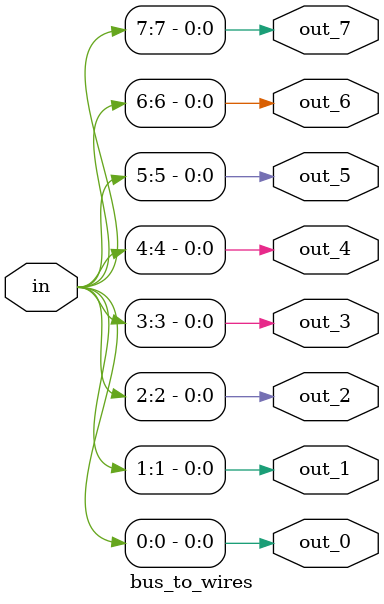
<source format=v>

module bus_to_wires (in,out_0,out_1,out_2,out_3,out_4,out_5,out_6,out_7);

// Inputs e Outputs
input wire [7:0] in;
output wire out_0,out_1,out_2,out_3,out_4,out_5,out_6,out_7;

// Comportamento do circuito
assign out_0 = in[0];
assign out_1 = in[1];
assign out_2 = in[2];
assign out_3 = in[3];
assign out_4 = in[4];
assign out_5 = in[5];
assign out_6 = in[6];
assign out_7 = in[7];

endmodule

</source>
